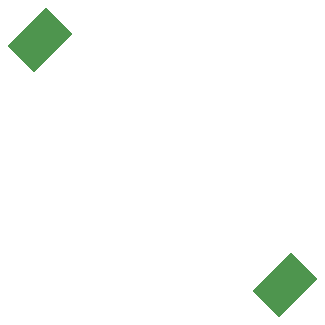
<source format=gbp>
G04*
G04 #@! TF.GenerationSoftware,Altium Limited,Altium Designer,21.9.2 (33)*
G04*
G04 Layer_Color=128*
%FSLAX25Y25*%
%MOIN*%
G70*
G04*
G04 #@! TF.SameCoordinates,D22C8EEC-9F66-4CA6-A23B-34AD4F9630FA*
G04*
G04*
G04 #@! TF.FilePolarity,Positive*
G04*
G01*
G75*
G04:AMPARAMS|DCode=83|XSize=125.98mil|YSize=180mil|CornerRadius=0mil|HoleSize=0mil|Usage=FLASHONLY|Rotation=135.000|XOffset=0mil|YOffset=0mil|HoleType=Round|Shape=Rectangle|*
%AMROTATEDRECTD83*
4,1,4,0.10818,0.01910,-0.01910,-0.10818,-0.10818,-0.01910,0.01910,0.10818,0.10818,0.01910,0.0*
%
%ADD83ROTATEDRECTD83*%

D83*
X198432Y-24432D02*
D03*
X280000Y-106000D02*
D03*
M02*

</source>
